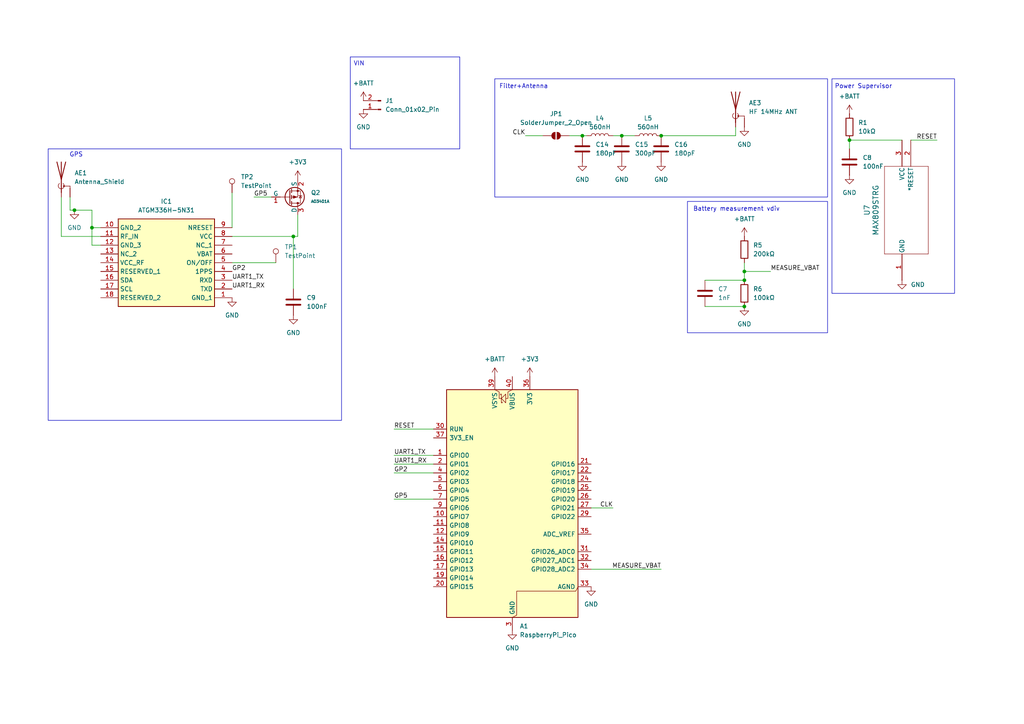
<source format=kicad_sch>
(kicad_sch (version 20250114) (generator "eeschema") (generator_version "9.0")
  (paper "A4")
  (lib_symbols
    (symbol "2025-05-11_20-58-27:MAX809STRG" (pin_names (offset 0.254))
      (property "Reference" "U" (at 20.32 10.16 0))
      (property "Value" "MAX809STRG" (at 20.32 7.62 0))
      (symbol "MAX809STRG_0_1"
        (polyline (pts (xy 7.62 5.08) (xy 7.62 -7.62)) (stroke (width 0.127)))
        (polyline (pts (xy 7.62 -7.62) (xy 33.02 -7.62)) (stroke (width 0.127)))
        (polyline (pts (xy 33.02 5.08) (xy 7.62 5.08)) (stroke (width 0.127)))
        (polyline (pts (xy 33.02 -7.62) (xy 33.02 5.08)) (stroke (width 0.127)))
        (pin power_in line (at 0 0 0) (length 7.62) (name "GND") (number "1"))
        (pin power_in line (at 40.64 0 180) (length 7.62) (name "VCC") (number "3"))
        (pin output line (at 40.64 -2.54 180) (length 7.62) (name "*RESET") (number "2"))
      )
    )
    (symbol "ATGM336H-5N31:ATGM336H-5N31"
      (property "Reference" "IC" (at 34.29 7.62 0))
      (property "Value" "ATGM336H-5N31" (at 34.29 5.08 0))
      (symbol "ATGM336H-5N31_1_1"
        (rectangle (start 5.08 2.54) (end 33.02 -22.86) (stroke (width 0.254)) (fill (type background)))
        (pin passive line (at 0 0 0) (length 5.08) (name "GND_2") (number "10"))
        (pin passive line (at 0 -2.54 0) (length 5.08) (name "RF_IN") (number "11"))
        (pin passive line (at 0 -5.08 0) (length 5.08) (name "GND_3") (number "12"))
        (pin passive line (at 0 -7.62 0) (length 5.08) (name "NC_2") (number "13"))
        (pin passive line (at 0 -10.16 0) (length 5.08) (name "VCC_RF") (number "14"))
        (pin passive line (at 0 -12.7 0) (length 5.08) (name "RESERVED_1") (number "15"))
        (pin passive line (at 0 -15.24 0) (length 5.08) (name "SDA") (number "16"))
        (pin passive line (at 0 -17.78 0) (length 5.08) (name "SCL") (number "17"))
        (pin passive line (at 0 -20.32 0) (length 5.08) (name "RESERVED_2") (number "18"))
        (pin passive line (at 38.1 0 180) (length 5.08) (name "NRESET") (number "9"))
        (pin passive line (at 38.1 -2.54 180) (length 5.08) (name "VCC") (number "8"))
        (pin passive line (at 38.1 -5.08 180) (length 5.08) (name "NC_1") (number "7"))
        (pin passive line (at 38.1 -7.62 180) (length 5.08) (name "VBAT") (number "6"))
        (pin passive line (at 38.1 -10.16 180) (length 5.08) (name "ON/OFF") (number "5"))
        (pin passive line (at 38.1 -12.7 180) (length 5.08) (name "1PPS") (number "4"))
        (pin passive line (at 38.1 -15.24 180) (length 5.08) (name "RXD") (number "3"))
        (pin passive line (at 38.1 -17.78 180) (length 5.08) (name "TXD") (number "2"))
        (pin passive line (at 38.1 -20.32 180) (length 5.08) (name "GND_1") (number "1"))
      )
    )
    (symbol "Connector:Conn_01x02_Pin" (pin_names (offset 1.016) (hide yes))
      (property "Reference" "J" (at 0 2.54 0))
      (property "Value" "Conn_01x02_Pin" (at 0 -5.08 0))
      (symbol "Conn_01x02_Pin_1_1"
        (rectangle (start 0.8636 0.127) (end 0 -0.127) (stroke (width 0.1524)) (fill (type outline)))
        (rectangle (start 0.8636 -2.413) (end 0 -2.667) (stroke (width 0.1524)) (fill (type outline)))
        (polyline (pts (xy 1.27 0) (xy 0.8636 0)) (stroke (width 0.1524)))
        (polyline (pts (xy 1.27 -2.54) (xy 0.8636 -2.54)) (stroke (width 0.1524)))
        (pin passive line (at 5.08 0 180) (length 3.81) (name "Pin_1") (number "1"))
        (pin passive line (at 5.08 -2.54 180) (length 3.81) (name "Pin_2") (number "2"))
      )
    )
    (symbol "Connector:TestPoint" (pin_numbers (hide yes)) (pin_names (offset 0.762) (hide yes))
      (property "Reference" "TP" (at 0 6.858 0))
      (property "Value" "TestPoint" (at 0 5.08 0))
      (symbol "TestPoint_0_1"
        (circle (center 0 3.302) (radius 0.762))
      )
      (symbol "TestPoint_1_1"
        (pin passive line (at 0 0 90) (length 2.54) (name "1") (number "1"))
      )
    )
    (symbol "Device:Antenna_Shield" (pin_numbers (hide yes)) (pin_names (offset 1.016) (hide yes))
      (property "Reference" "AE" (at -1.905 4.445 0))
      (property "Value" "Antenna_Shield" (at -1.905 2.54 0))
      (symbol "Antenna_Shield_0_1"
        (arc (start 0 -2.667) (mid -0.8485 -2.1032) (end -0.508 -1.143))
        (polyline (pts (xy 0 5.08) (xy 0 -3.81)) (stroke (width 0.254)))
        (polyline (pts (xy 0 -2.54) (xy 0 0)))
        (arc (start 0.508 -1.143) (mid 0.8046 -2.0885) (end 0 -2.667))
        (polyline (pts (xy 0.762 -1.905) (xy 2.54 -1.905)))
        (circle (center 0.762 -1.905) (radius 0.1778) (fill (type outline)))
        (polyline (pts (xy 1.27 5.08) (xy 0 0) (xy -1.27 5.08)) (stroke (width 0.254)))
        (polyline (pts (xy 2.54 -2.54) (xy 2.54 -1.905)))
      )
      (symbol "Antenna_Shield_1_1"
        (pin input line (at 0 -5.08 90) (length 2.54) (name "A") (number "1"))
        (pin input line (at 2.54 -5.08 90) (length 2.54) (name "Shield") (number "2"))
      )
    )
    (symbol "Device:C" (pin_numbers (hide yes)) (pin_names (offset 0.254))
      (property "Reference" "C" (at 0.635 2.54 0))
      (property "Value" "C" (at 0.635 -2.54 0))
      (symbol "C_0_1"
        (polyline (pts (xy -2.032 0.762) (xy 2.032 0.762)) (stroke (width 0.508)))
        (polyline (pts (xy -2.032 -0.762) (xy 2.032 -0.762)) (stroke (width 0.508)))
      )
      (symbol "C_1_1"
        (pin passive line (at 0 3.81 270) (length 2.794) (name "~") (number "1"))
        (pin passive line (at 0 -3.81 90) (length 2.794) (name "~") (number "2"))
      )
    )
    (symbol "Device:L" (pin_numbers (hide yes)) (pin_names (offset 1.016) (hide yes))
      (property "Reference" "L" (at -1.27 0 90))
      (property "Value" "L" (at 1.905 0 90))
      (symbol "L_0_1"
        (arc (start 0 2.54) (mid 0.6323 1.905) (end 0 1.27))
        (arc (start 0 1.27) (mid 0.6323 0.635) (end 0 0))
        (arc (start 0 0) (mid 0.6323 -0.635) (end 0 -1.27))
        (arc (start 0 -1.27) (mid 0.6323 -1.905) (end 0 -2.54))
      )
      (symbol "L_1_1"
        (pin passive line (at 0 3.81 270) (length 1.27) (name "1") (number "1"))
        (pin passive line (at 0 -3.81 90) (length 1.27) (name "2") (number "2"))
      )
    )
    (symbol "Device:R" (pin_numbers (hide yes)) (pin_names (offset 0))
      (property "Reference" "R" (at 2.032 0 90))
      (property "Value" "R" (at 0 0 90))
      (symbol "R_0_1"
        (rectangle (start -1.016 -2.54) (end 1.016 2.54) (stroke (width 0.254)))
      )
      (symbol "R_1_1"
        (pin passive line (at 0 3.81 270) (length 1.27) (name "~") (number "1"))
        (pin passive line (at 0 -3.81 90) (length 1.27) (name "~") (number "2"))
      )
    )
    (symbol "Jumper:SolderJumper_2_Open" (pin_numbers (hide yes)) (pin_names (offset 0) (hide yes)) (exclude_from_sim yes) (in_bom no)
      (property "Reference" "JP" (at 0 2.032 0))
      (property "Value" "SolderJumper_2_Open" (at 0 -2.54 0))
      (symbol "SolderJumper_2_Open_0_1"
        (polyline (pts (xy -0.254 1.016) (xy -0.254 -1.016)))
        (arc (start -0.254 -1.016) (mid -1.2656 0) (end -0.254 1.016))
        (arc (start -0.254 -1.016) (mid -1.2656 0) (end -0.254 1.016) (fill (type outline)))
        (arc (start 0.254 1.016) (mid 1.2656 0) (end 0.254 -1.016))
        (arc (start 0.254 1.016) (mid 1.2656 0) (end 0.254 -1.016) (fill (type outline)))
        (polyline (pts (xy 0.254 1.016) (xy 0.254 -1.016)))
      )
      (symbol "SolderJumper_2_Open_1_1"
        (pin passive line (at -3.81 0 0) (length 2.54) (name "A") (number "1"))
        (pin passive line (at 3.81 0 180) (length 2.54) (name "B") (number "2"))
      )
    )
    (symbol "MCU_Module:RaspberryPi_Pico" (pin_names (offset 0.762))
      (property "Reference" "A" (at -19.05 35.56 0))
      (property "Value" "RaspberryPi_Pico" (at 7.62 35.56 0))
      (symbol "RaspberryPi_Pico_0_1"
        (rectangle (start -19.05 34.29) (end 19.05 -31.75) (stroke (width 0.254)) (fill (type background)))
        (polyline (pts (xy -5.08 34.29) (xy -3.81 33.655) (xy -3.81 31.75) (xy -3.175 31.75)))
        (polyline (pts (xy -3.429 32.766) (xy -3.429 33.02) (xy -3.175 33.02) (xy -3.175 30.48) (xy -2.921 30.48) (xy -2.921 30.734)))
        (polyline (pts (xy -3.175 31.75) (xy -1.905 33.02) (xy -1.905 30.48) (xy -3.175 31.75)))
        (polyline (pts (xy 0 34.29) (xy -1.27 33.655) (xy -1.27 31.75) (xy -1.905 31.75)))
        (polyline (pts (xy 0 -31.75) (xy 1.27 -31.115) (xy 1.27 -24.13) (xy 18.415 -24.13) (xy 19.05 -22.86)))
      )
      (symbol "RaspberryPi_Pico_1_1"
        (pin passive line (at -22.86 22.86 0) (length 3.81) (name "RUN") (number "30"))
        (pin passive line (at -22.86 20.32 0) (length 3.81) (name "3V3_EN") (number "37"))
        (pin bidirectional line (at -22.86 15.24 0) (length 3.81) (name "GPIO0") (number "1"))
        (pin bidirectional line (at -22.86 12.7 0) (length 3.81) (name "GPIO1") (number "2"))
        (pin bidirectional line (at -22.86 10.16 0) (length 3.81) (name "GPIO2") (number "4"))
        (pin bidirectional line (at -22.86 7.62 0) (length 3.81) (name "GPIO3") (number "5"))
        (pin bidirectional line (at -22.86 5.08 0) (length 3.81) (name "GPIO4") (number "6"))
        (pin bidirectional line (at -22.86 2.54 0) (length 3.81) (name "GPIO5") (number "7"))
        (pin bidirectional line (at -22.86 0 0) (length 3.81) (name "GPIO6") (number "9"))
        (pin bidirectional line (at -22.86 -2.54 0) (length 3.81) (name "GPIO7") (number "10"))
        (pin bidirectional line (at -22.86 -5.08 0) (length 3.81) (name "GPIO8") (number "11"))
        (pin bidirectional line (at -22.86 -7.62 0) (length 3.81) (name "GPIO9") (number "12"))
        (pin bidirectional line (at -22.86 -10.16 0) (length 3.81) (name "GPIO10") (number "14"))
        (pin bidirectional line (at -22.86 -12.7 0) (length 3.81) (name "GPIO11") (number "15"))
        (pin bidirectional line (at -22.86 -15.24 0) (length 3.81) (name "GPIO12") (number "16"))
        (pin bidirectional line (at -22.86 -17.78 0) (length 3.81) (name "GPIO13") (number "17"))
        (pin bidirectional line (at -22.86 -20.32 0) (length 3.81) (name "GPIO14") (number "19"))
        (pin bidirectional line (at -22.86 -22.86 0) (length 3.81) (name "GPIO15") (number "20"))
        (pin power_in line (at -5.08 38.1 270) (length 3.81) (name "VSYS") (number "39"))
        (pin power_out line (at 0 38.1 270) (length 3.81) (name "VBUS") (number "40"))
        (pin passive line (at 0 -35.56 90) (length 3.81) (hide yes) (name "GND") (number "13"))
        (pin passive line (at 0 -35.56 90) (length 3.81) (hide yes) (name "GND") (number "18"))
        (pin passive line (at 0 -35.56 90) (length 3.81) (hide yes) (name "GND") (number "23"))
        (pin passive line (at 0 -35.56 90) (length 3.81) (hide yes) (name "GND") (number "28"))
        (pin power_out line (at 0 -35.56 90) (length 3.81) (name "GND") (number "3"))
        (pin passive line (at 0 -35.56 90) (length 3.81) (hide yes) (name "GND") (number "38"))
        (pin passive line (at 0 -35.56 90) (length 3.81) (hide yes) (name "GND") (number "8"))
        (pin power_out line (at 5.08 38.1 270) (length 3.81) (name "3V3") (number "36"))
        (pin bidirectional line (at 22.86 12.7 180) (length 3.81) (name "GPIO16") (number "21"))
        (pin bidirectional line (at 22.86 10.16 180) (length 3.81) (name "GPIO17") (number "22"))
        (pin bidirectional line (at 22.86 7.62 180) (length 3.81) (name "GPIO18") (number "24"))
        (pin bidirectional line (at 22.86 5.08 180) (length 3.81) (name "GPIO19") (number "25"))
        (pin bidirectional line (at 22.86 2.54 180) (length 3.81) (name "GPIO20") (number "26"))
        (pin bidirectional line (at 22.86 0 180) (length 3.81) (name "GPIO21") (number "27"))
        (pin bidirectional line (at 22.86 -2.54 180) (length 3.81) (name "GPIO22") (number "29"))
        (pin power_in line (at 22.86 -7.62 180) (length 3.81) (name "ADC_VREF") (number "35"))
        (pin bidirectional line (at 22.86 -12.7 180) (length 3.81) (name "GPIO26_ADC0") (number "31"))
        (pin bidirectional line (at 22.86 -15.24 180) (length 3.81) (name "GPIO27_ADC1") (number "32"))
        (pin bidirectional line (at 22.86 -17.78 180) (length 3.81) (name "GPIO28_ADC2") (number "34"))
        (pin power_out line (at 22.86 -22.86 180) (length 3.81) (name "AGND") (number "33"))
      )
    )
    (symbol "PCM_JLCPCB-Transistors:PMOS,AO3401A" (pin_names (offset 0))
      (property "Reference" "Q" (at 4.8514 0.834 0))
      (property "Value" "AO3401A" (at 4.8514 -1.2122 0))
      (symbol "PMOS,AO3401A_0_1"
        (polyline (pts (xy 0.254 1.905) (xy 0.254 -1.905)) (stroke (width 0.254)))
        (polyline (pts (xy 0.254 0) (xy -2.54 0)))
        (polyline (pts (xy 0.762 2.286) (xy 0.762 1.27)) (stroke (width 0.254)))
        (polyline (pts (xy 0.762 1.778) (xy 3.302 1.778) (xy 3.302 -1.778) (xy 0.762 -1.778)))
        (polyline (pts (xy 0.762 0.508) (xy 0.762 -0.508)) (stroke (width 0.254)))
        (polyline (pts (xy 0.762 -1.27) (xy 0.762 -2.286)) (stroke (width 0.254)))
        (circle (center 1.651 0) (radius 2.794) (stroke (width 0.254)))
        (polyline (pts (xy 2.286 0) (xy 1.27 0.381) (xy 1.27 -0.381) (xy 2.286 0)) (fill (type outline)))
        (polyline (pts (xy 2.54 2.54) (xy 2.54 1.778)))
        (circle (center 2.54 1.778) (radius 0.254) (fill (type outline)))
        (circle (center 2.54 -1.778) (radius 0.254) (fill (type outline)))
        (polyline (pts (xy 2.54 -2.54) (xy 2.54 0) (xy 0.762 0)))
        (polyline (pts (xy 2.794 -0.508) (xy 2.921 -0.381) (xy 3.683 -0.381) (xy 3.81 -0.254)))
        (polyline (pts (xy 3.302 -0.381) (xy 2.921 0.254) (xy 3.683 0.254) (xy 3.302 -0.381)))
      )
      (symbol "PMOS,AO3401A_1_1"
        (pin input line (at -5.08 0 0) (length 2.54) (name "G") (number "1"))
        (pin passive line (at 2.54 5.08 270) (length 2.54) (name "D") (number "3"))
        (pin passive line (at 2.54 -5.08 90) (length 2.54) (name "S") (number "2"))
      )
    )
    (symbol "power:+3V3" (power) (pin_numbers (hide yes)) (pin_names (offset 0) (hide yes))
      (property "Value" "+3V3" (at 0 3.556 0))
      (symbol "+3V3_0_1"
        (polyline (pts (xy -0.762 1.27) (xy 0 2.54)))
        (polyline (pts (xy 0 2.54) (xy 0.762 1.27)))
        (polyline (pts (xy 0 0) (xy 0 2.54)))
      )
      (symbol "+3V3_1_1"
        (pin power_in line (at 0 0 90) (length 0) (name "~") (number "1"))
      )
    )
    (symbol "power:+BATT" (power) (pin_numbers (hide yes)) (pin_names (offset 0) (hide yes))
      (property "Value" "+BATT" (at 0 3.556 0))
      (symbol "+BATT_0_1"
        (polyline (pts (xy -0.762 1.27) (xy 0 2.54)))
        (polyline (pts (xy 0 2.54) (xy 0.762 1.27)))
        (polyline (pts (xy 0 0) (xy 0 2.54)))
      )
      (symbol "+BATT_1_1"
        (pin power_in line (at 0 0 90) (length 0) (name "~") (number "1"))
      )
    )
    (symbol "power:GND" (power) (pin_numbers (hide yes)) (pin_names (offset 0) (hide yes))
      (property "Value" "GND" (at 0 -3.81 0))
      (symbol "GND_0_1"
        (polyline (pts (xy 0 0) (xy 0 -1.27) (xy 1.27 -1.27) (xy 0 -2.54) (xy -1.27 -1.27) (xy 0 -1.27)))
      )
      (symbol "GND_1_1"
        (pin power_in line (at 0 0 270) (length 0) (name "~") (number "1"))
      )
    )
  )
  (rectangle (start 241.3 22.86) (end 276.86 85.09))
  (rectangle (start 199.39 58.42) (end 240.03 96.52))
  (rectangle (start 101.6 16.51) (end 133.35 43.18))
  (rectangle (start 13.97 43.18) (end 99.06 121.92))
  (rectangle (start 143.51 22.86) (end 240.03 57.15))
  (text "Power Supervisor" (at 250.444 25.146 0) (effects (font (size 1.27 1.27))))
  (text "VIN" (at 104.14 18.542 0) (effects (font (size 1.27 1.27))))
  (text "GPS" (at 22.098 44.958 0) (effects (font (size 1.27 1.27))))
  (text "Filter+Antenna" (at 151.892 25.146 0) (effects (font (size 1.27 1.27))))
  (text "Battery measurement vdiv" (at 213.614 60.706 0) (effects (font (size 1.27 1.27))))
  (junction (at 26.67 66.04))
  (junction (at 215.9 81.28))
  (junction (at 180.34 39.37))
  (junction (at 168.91 39.37))
  (junction (at 191.77 39.37))
  (junction (at 246.38 40.64))
  (junction (at 215.9 88.9))
  (junction (at 215.9 78.74))
  (junction (at 21.59 60.96))
  (junction (at 85.09 68.58))
  (wire (pts (xy 271.78 40.64) (xy 264.16 40.64)))
  (wire (pts (xy 29.21 68.58) (xy 17.78 68.58)))
  (wire (pts (xy 67.31 55.88) (xy 67.31 66.04)))
  (wire (pts (xy 20.32 60.96) (xy 21.59 60.96)))
  (wire (pts (xy 204.47 81.28) (xy 215.9 81.28)))
  (wire (pts (xy 29.21 71.12) (xy 26.67 71.12)))
  (wire (pts (xy 215.9 76.2) (xy 215.9 78.74)))
  (wire (pts (xy 215.9 78.74) (xy 215.9 81.28)))
  (wire (pts (xy 180.34 39.37) (xy 177.8 39.37)))
  (wire (pts (xy 67.31 76.2) (xy 80.01 76.2)))
  (wire (pts (xy 204.47 88.9) (xy 215.9 88.9)))
  (wire (pts (xy 17.78 68.58) (xy 17.78 57.15)))
  (wire (pts (xy 114.3 144.78) (xy 125.73 144.78)))
  (wire (pts (xy 114.3 134.62) (xy 125.73 134.62)))
  (wire (pts (xy 171.45 147.32) (xy 177.8 147.32)))
  (wire (pts (xy 165.1 39.37) (xy 168.91 39.37)))
  (wire (pts (xy 67.31 68.58) (xy 85.09 68.58)))
  (wire (pts (xy 26.67 66.04) (xy 26.67 71.12)))
  (wire (pts (xy 73.66 57.15) (xy 78.74 57.15)))
  (wire (pts (xy 223.52 78.74) (xy 215.9 78.74)))
  (wire (pts (xy 114.3 124.46) (xy 125.73 124.46)))
  (wire (pts (xy 86.36 68.58) (xy 86.36 62.23)))
  (wire (pts (xy 20.32 57.15) (xy 20.32 60.96)))
  (wire (pts (xy 184.15 39.37) (xy 180.34 39.37)))
  (wire (pts (xy 26.67 66.04) (xy 29.21 66.04)))
  (wire (pts (xy 152.4 39.37) (xy 157.48 39.37)))
  (wire (pts (xy 246.38 40.64) (xy 261.62 40.64)))
  (wire (pts (xy 85.09 68.58) (xy 86.36 68.58)))
  (wire (pts (xy 21.59 60.96) (xy 26.67 60.96)))
  (wire (pts (xy 171.45 165.1) (xy 191.77 165.1)))
  (wire (pts (xy 26.67 66.04) (xy 26.67 60.96)))
  (wire (pts (xy 114.3 137.16) (xy 125.73 137.16)))
  (wire (pts (xy 85.09 68.58) (xy 85.09 83.82)))
  (wire (pts (xy 168.91 39.37) (xy 170.18 39.37)))
  (wire (pts (xy 213.36 39.37) (xy 213.36 36.83)))
  (wire (pts (xy 246.38 40.64) (xy 246.38 43.18)))
  (wire (pts (xy 191.77 39.37) (xy 213.36 39.37)))
  (wire (pts (xy 114.3 132.08) (xy 125.73 132.08)))
  (label "RESET" (at 271.78 40.64 180))
  (label "CLK" (at 152.4 39.37 180))
  (label "CLK" (at 177.8 147.32 180))
  (label "UART1_TX" (at 67.31 81.28 0))
  (label "GP2" (at 67.31 78.74 0))
  (label "MEASURE_VBAT" (at 191.77 165.1 180))
  (label "UART1_RX" (at 114.3 134.62 0))
  (label "UART1_TX" (at 114.3 132.08 0))
  (label "GP2" (at 114.3 137.16 0))
  (label "MEASURE_VBAT" (at 223.52 78.74 0))
  (label "UART1_RX" (at 67.31 83.82 0))
  (label "RESET" (at 114.3 124.46 0))
  (label "GP5" (at 73.66 57.15 0))
  (label "GP5" (at 114.3 144.78 0))
  (symbol (lib_id "power:GND") (at 148.59 182.88 0) (unit 1)
    (property "Reference" "#PWR011" (effects (hide yes)))
    (property "Value" "GND" (at 148.59 187.96 0))
    (property "Description" "Power symbol creates a global label with name \"GND\" , ground" (effects (hide yes)))
  )
  (symbol (lib_id "power:GND") (at 191.77 46.99 0) (unit 1)
    (property "Reference" "#PWR040" (effects (hide yes)))
    (property "Value" "GND" (at 191.77 52.07 0))
    (property "Description" "Power symbol creates a global label with name \"GND\" , ground" (effects (hide yes)))
  )
  (symbol (lib_id "power:GND") (at 171.45 170.18 0) (unit 1)
    (property "Reference" "#PWR012" (effects (hide yes)))
    (property "Value" "GND" (at 171.45 175.26 0))
    (property "Description" "Power symbol creates a global label with name \"GND\" , ground" (effects (hide yes)))
  )
  (symbol (lib_id "Device:L") (at 173.99 39.37 90) (unit 1)
    (property "Reference" "L4" (at 173.99 34.29 90))
    (property "Value" "560nH" (at 173.99 36.83 90))
    (property "Footprint" "Inductor_SMD:L_1206_3216Metric" (effects (hide yes)))
    (property "Description" "Inductor" (effects (hide yes)))
  )
  (symbol (lib_id "power:+BATT") (at 105.41 29.21 0) (unit 1)
    (property "Reference" "#PWR03" (effects (hide yes)))
    (property "Value" "+BATT" (at 105.41 24.13 0))
    (property "Description" "Power symbol creates a global label with name \"+BATT\"" (effects (hide yes)))
  )
  (symbol (lib_id "power:+BATT") (at 215.9 68.58 0) (unit 1)
    (property "Reference" "#PWR013" (effects (hide yes)))
    (property "Value" "+BATT" (at 215.9 63.5 0))
    (property "Description" "Power symbol creates a global label with name \"+BATT\"" (effects (hide yes)))
  )
  (symbol (lib_id "Device:C") (at 204.47 85.09 180) (unit 1)
    (property "Reference" "C7" (at 208.28 83.8199 0) (effects (justify right)))
    (property "Value" "1nF" (at 208.28 86.3599 0) (effects (justify right)))
    (property "Footprint" "Capacitor_SMD:C_1206_3216Metric" (effects (hide yes)))
    (property "Description" "Unpolarized capacitor" (effects (hide yes)))
  )
  (symbol (lib_id "power:GND") (at 105.41 31.75 0) (unit 1)
    (property "Reference" "#PWR04" (effects (hide yes)))
    (property "Value" "GND" (at 105.41 36.83 0))
    (property "Description" "Power symbol creates a global label with name \"GND\" , ground" (effects (hide yes)))
  )
  (symbol (lib_id "power:+BATT") (at 143.51 109.22 0) (unit 1)
    (property "Reference" "#PWR09" (effects (hide yes)))
    (property "Value" "+BATT" (at 143.51 104.14 0))
    (property "Description" "Power symbol creates a global label with name \"+BATT\"" (effects (hide yes)))
  )
  (symbol (lib_id "Device:C") (at 85.09 87.63 0) (unit 1)
    (property "Reference" "C9" (at 88.9 86.3599 0) (effects (justify left)))
    (property "Value" "100nF" (at 88.9 88.8999 0) (effects (justify left)))
    (property "Footprint" "Capacitor_SMD:C_1206_3216Metric" (effects (hide yes)))
    (property "Description" "Unpolarized capacitor" (effects (hide yes)))
  )
  (symbol (lib_id "power:+3V3") (at 86.36 52.07 0) (unit 1)
    (property "Reference" "#PWR05" (effects (hide yes)))
    (property "Value" "+3V3" (at 86.36 46.99 0))
    (property "Description" "Power symbol creates a global label with name \"+3V3\"" (effects (hide yes)))
  )
  (symbol (lib_id "Jumper:SolderJumper_2_Open") (at 161.29 39.37 0) (unit 1) (in_bom no)
    (property "Reference" "JP1" (at 161.29 33.02 0))
    (property "Value" "SolderJumper_2_Open" (at 161.29 35.56 0))
    (property "Footprint" "Jumper:SolderJumper-2_P1.3mm_Open_Pad1.0x1.5mm" (effects (hide yes)))
    (property "Description" "Solder Jumper, 2-pole, open" (effects (hide yes)))
  )
  (symbol (lib_id "Device:C") (at 191.77 43.18 0) (unit 1)
    (property "Reference" "C16" (at 195.58 41.9099 0) (effects (justify left)))
    (property "Value" "180pF" (at 195.58 44.4499 0) (effects (justify left)))
    (property "Footprint" "Capacitor_SMD:C_1206_3216Metric" (effects (hide yes)))
    (property "Description" "Unpolarized capacitor" (effects (hide yes)))
  )
  (symbol (lib_id "Device:C") (at 246.38 46.99 0) (unit 1)
    (property "Reference" "C8" (at 250.19 45.7199 0) (effects (justify left)))
    (property "Value" "100nF" (at 250.19 48.2599 0) (effects (justify left)))
    (property "Footprint" "Capacitor_SMD:C_1206_3216Metric" (effects (hide yes)))
    (property "Description" "Unpolarized capacitor" (effects (hide yes)))
  )
  (symbol (lib_id "Connector:TestPoint") (at 67.31 55.88 0) (mirror y) (unit 1)
    (property "Reference" "TP2" (at 69.85 51.3079 0) (effects (justify right)))
    (property "Value" "TestPoint" (at 69.85 53.8479 0) (effects (justify right)))
    (property "Footprint" "TestPoint:TestPoint_Pad_D1.5mm" (effects (hide yes)))
    (property "Description" "test point" (effects (hide yes)))
  )
  (symbol (lib_id "power:GND") (at 215.9 88.9 0) (unit 1)
    (property "Reference" "#PWR024" (effects (hide yes)))
    (property "Value" "GND" (at 215.9 93.98 0))
    (property "Description" "Power symbol creates a global label with name \"GND\" , ground" (effects (hide yes)))
  )
  (symbol (lib_id "ATGM336H-5N31:ATGM336H-5N31") (at 29.21 66.04 0) (unit 1)
    (property "Reference" "IC1" (at 48.26 58.42 0))
    (property "Value" "ATGM336H-5N31" (at 48.26 60.96 0))
    (property "Footprint" "ATGM336H-5N31:ATGM336H5N31" (effects (hide yes)))
    (property "Datasheet" "https://datasheet.lcsc.com/szlcsc/ZHONGKEWEI-ATGM336H-5N31_C90770.pdf" (effects (hide yes)))
    (property "Description" "GSM & GPRS & GPS Modules 9.7X10.1mm RoHS" (effects (hide yes)))
    (property "Height" "2.6" (effects (hide yes)))
    (property "Manufacturer_Name" "ZHONGKEWEI" (effects (hide yes)))
    (property "Manufacturer_Part_Number" "ATGM336H-5N31" (effects (hide yes)))
  )
  (symbol (lib_id "power:GND") (at 168.91 46.99 0) (unit 1)
    (property "Reference" "#PWR038" (effects (hide yes)))
    (property "Value" "GND" (at 168.91 52.07 0))
    (property "Description" "Power symbol creates a global label with name \"GND\" , ground" (effects (hide yes)))
  )
  (symbol (lib_id "power:GND") (at 215.9 36.83 0) (unit 1)
    (property "Reference" "#PWR042" (effects (hide yes)))
    (property "Value" "GND" (at 215.9 41.91 0))
    (property "Description" "Power symbol creates a global label with name \"GND\" , ground" (effects (hide yes)))
  )
  (symbol (lib_id "Device:C") (at 180.34 43.18 0) (unit 1)
    (property "Reference" "C15" (at 184.15 41.9099 0) (effects (justify left)))
    (property "Value" "300pF" (at 184.15 44.4499 0) (effects (justify left)))
    (property "Footprint" "Capacitor_SMD:C_1206_3216Metric" (effects (hide yes)))
    (property "Description" "Unpolarized capacitor" (effects (hide yes)))
  )
  (symbol (lib_id "Device:C") (at 168.91 43.18 0) (unit 1)
    (property "Reference" "C14" (at 172.72 41.9099 0) (effects (justify left)))
    (property "Value" "180pF" (at 172.72 44.4499 0) (effects (justify left)))
    (property "Footprint" "Capacitor_SMD:C_1206_3216Metric" (effects (hide yes)))
    (property "Description" "Unpolarized capacitor" (effects (hide yes)))
  )
  (symbol (lib_id "Connector:TestPoint") (at 80.01 76.2 0) (unit 1)
    (property "Reference" "TP1" (at 82.55 71.6279 0) (effects (justify left)))
    (property "Value" "TestPoint" (at 82.55 74.1679 0) (effects (justify left)))
    (property "Footprint" "TestPoint:TestPoint_Pad_D1.5mm" (effects (hide yes)))
    (property "Description" "test point" (effects (hide yes)))
  )
  (symbol (lib_id "Device:R") (at 246.38 36.83 0) (unit 1)
    (property "Reference" "R1" (at 248.92 35.5599 0) (effects (justify left)))
    (property "Value" "10kΩ" (at 248.92 38.0999 0) (effects (justify left)))
    (property "Footprint" "Capacitor_SMD:C_1206_3216Metric" (effects (hide yes)))
    (property "Description" "Resistor" (effects (hide yes)))
  )
  (symbol (lib_id "power:GND") (at 246.38 50.8 0) (unit 1)
    (property "Reference" "#PWR027" (effects (hide yes)))
    (property "Value" "GND" (at 246.38 55.88 0))
    (property "Description" "Power symbol creates a global label with name \"GND\" , ground" (effects (hide yes)))
  )
  (symbol (lib_id "power:GND") (at 180.34 46.99 0) (unit 1)
    (property "Reference" "#PWR039" (effects (hide yes)))
    (property "Value" "GND" (at 180.34 52.07 0))
    (property "Description" "Power symbol creates a global label with name \"GND\" , ground" (effects (hide yes)))
  )
  (symbol (lib_id "Device:R") (at 215.9 72.39 0) (unit 1)
    (property "Reference" "R5" (at 218.44 71.1199 0) (effects (justify left)))
    (property "Value" "200kΩ" (at 218.44 73.6599 0) (effects (justify left)))
    (property "Footprint" "Diode_SMD:D_1206_3216Metric" (effects (hide yes)))
    (property "Description" "Resistor" (effects (hide yes)))
  )
  (symbol (lib_id "PCM_JLCPCB-Transistors:PMOS,AO3401A") (at 83.82 57.15 0) (mirror x) (unit 1)
    (property "Reference" "Q2" (at 90.17 55.8799 0) (effects (justify left)))
    (property "Value" "AO3401A" (at 90.17 58.42 0) (effects (font (size 0.8 0.8)) (justify left)))
    (property "Footprint" "PCM_JLCPCB:Q_SOT-23" (effects (hide yes)))
    (property "Datasheet" "https://www.lcsc.com/datasheet/lcsc_datasheet_1810171817_Alpha---Omega-Semicon-AO3401A_C15127.pdf" (effects (hide yes)))
    (property "Description" "30V 4A 44mΩ@10V,4.3A 1.4W 1.3V@250uA 1 Piece P-Channel SOT-23 MOSFETs ROHS" (effects (hide yes)))
    (property "LCSC" "C15127" (effects (hide yes)))
    (property "Stock" "1442753" (effects (hide yes)))
    (property "Price" "0.061USD" (effects (hide yes)))
    (property "Process" "SMT" (effects (hide yes)))
    (property "Minimum Qty" "5" (effects (hide yes)))
    (property "Attrition Qty" "4" (effects (hide yes)))
    (property "Class" "Basic Component" (effects (hide yes)))
    (property "Category" "Transistors,MOSFETs" (effects (hide yes)))
    (property "Manufacturer" "Alpha & Omega Semicon" (effects (hide yes)))
    (property "Part" "AO3401A" (effects (hide yes)))
    (property "Continuous Drain Current (Id)" "4A" (effects (hide yes)))
    (property "Input Capacitance (Ciss@Vds)" "1.2nF@15V" (effects (hide yes)))
    (property "Operating Temperature" "-55°C~+150°C@(Tj)" (effects (hide yes)))
    (property "Type" "1 Piece P-Channel" (effects (hide yes)))
    (property "Drain Source Voltage (Vdss)" "30V" (effects (hide yes)))
    (property "Power Dissipation (Pd)" "1.4W" (effects (hide yes)))
    (property "Gate Threshold Voltage (Vgs(th)@Id)" "1.3V@250uA" (effects (hide yes)))
    (property "Drain Source On Resistance (RDS(on)@Vgs,Id)" "44mΩ@10V,4.3A" (effects (hide yes)))
    (property "Total Gate Charge (Qg@Vgs)" "12.2nC@4.5V" (effects (hide yes)))
  )
  (symbol (lib_id "Device:L") (at 187.96 39.37 90) (unit 1)
    (property "Reference" "L5" (at 187.96 34.29 90))
    (property "Value" "560nH" (at 187.96 36.83 90))
    (property "Footprint" "Inductor_SMD:L_1206_3216Metric" (effects (hide yes)))
    (property "Description" "Inductor" (effects (hide yes)))
  )
  (symbol (lib_id "MCU_Module:RaspberryPi_Pico") (at 148.59 147.32 0) (unit 1)
    (property "Reference" "A1" (at 150.7333 181.61 0) (effects (justify left)))
    (property "Value" "RaspberryPi_Pico" (at 150.7333 184.15 0) (effects (justify left)))
    (property "Footprint" "Module:RaspberryPi_Pico_Common_Unspecified" (effects (hide yes)))
    (property "Datasheet" "https://datasheets.raspberrypi.com/pico/pico-datasheet.pdf" (effects (hide yes)))
    (property "Description" "Versatile and inexpensive microcontroller module powered by RP2040 dual-core Arm Cortex-M0+ processor up to 133 MHz, 264kB SRAM, 2MB QSPI flash; also supports Raspberry Pi Pico 2" (effects (hide yes)))
  )
  (symbol (lib_id "Connector:Conn_01x02_Pin") (at 110.49 31.75 180) (unit 1)
    (property "Reference" "J1" (at 111.76 29.2099 0) (effects (justify right)))
    (property "Value" "Conn_01x02_Pin" (at 111.76 31.7499 0) (effects (justify right)))
    (property "Footprint" "Connector_PinSocket_2.54mm:PinSocket_1x02_P2.54mm_Vertical" (effects (hide yes)))
    (property "Description" "Generic connector, single row, 01x02, script generated" (effects (hide yes)))
  )
  (symbol (lib_id "Device:Antenna_Shield") (at 213.36 31.75 0) (unit 1)
    (property "Reference" "AE3" (at 217.17 29.8449 0) (effects (justify left)))
    (property "Value" "HF 14MHz ANT" (at 217.17 32.3849 0) (effects (justify left)))
    (property "Footprint" "Connector_PinHeader_2.54mm:PinHeader_1x02_P2.54mm_Vertical" (effects (hide yes)))
    (property "Description" "Antenna with extra pin for shielding" (effects (hide yes)))
  )
  (symbol (lib_id "Device:R") (at 215.9 85.09 0) (unit 1)
    (property "Reference" "R6" (at 218.44 83.8199 0) (effects (justify left)))
    (property "Value" "100kΩ" (at 218.44 86.3599 0) (effects (justify left)))
    (property "Footprint" "Capacitor_SMD:C_1206_3216Metric" (effects (hide yes)))
    (property "Description" "Resistor" (effects (hide yes)))
  )
  (symbol (lib_id "power:+3V3") (at 153.67 109.22 0) (unit 1)
    (property "Reference" "#PWR010" (effects (hide yes)))
    (property "Value" "+3V3" (at 153.67 104.14 0))
    (property "Description" "Power symbol creates a global label with name \"+3V3\"" (effects (hide yes)))
  )
  (symbol (lib_id "power:GND") (at 261.62 81.28 0) (unit 1)
    (property "Reference" "#PWR025" (effects (hide yes)))
    (property "Value" "GND" (at 264.16 82.5499 0) (effects (justify left)))
    (property "Description" "Power symbol creates a global label with name \"GND\" , ground" (effects (hide yes)))
  )
  (symbol (lib_id "power:GND") (at 21.59 60.96 0) (unit 1)
    (property "Reference" "#PWR01" (effects (hide yes)))
    (property "Value" "GND" (at 21.59 66.04 0))
    (property "Description" "Power symbol creates a global label with name \"GND\" , ground" (effects (hide yes)))
  )
  (symbol (lib_id "power:GND") (at 85.09 91.44 0) (unit 1)
    (property "Reference" "#PWR06" (effects (hide yes)))
    (property "Value" "GND" (at 85.09 96.52 0))
    (property "Description" "Power symbol creates a global label with name \"GND\" , ground" (effects (hide yes)))
  )
  (symbol (lib_id "power:GND") (at 67.31 86.36 0) (unit 1)
    (property "Reference" "#PWR02" (effects (hide yes)))
    (property "Value" "GND" (at 67.31 91.44 0))
    (property "Description" "Power symbol creates a global label with name \"GND\" , ground" (effects (hide yes)))
  )
  (symbol (lib_id "2025-05-11_20-58-27:MAX809STRG") (at 261.62 81.28 90) (unit 1)
    (property "Reference" "U7" (at 251.46 60.96 0) (effects (font (size 1.524 1.524))))
    (property "Value" "MAX809STRG" (at 254 60.96 0) (effects (font (size 1.524 1.524))))
    (property "Footprint" "footprints1:SOT-23_ONS" (effects (hide yes)))
    (property "Datasheet" "MAX809STRG" (effects (hide yes)))
  )
  (symbol (lib_id "Device:Antenna_Shield") (at 17.78 52.07 0) (unit 1)
    (property "Reference" "AE1" (at 21.59 50.1649 0) (effects (justify left)))
    (property "Value" "Antenna_Shield" (at 21.59 52.7049 0) (effects (justify left)))
    (property "Footprint" "Connector_PinSocket_2.54mm:PinSocket_1x02_P2.54mm_Vertical" (effects (hide yes)))
    (property "Description" "Antenna with extra pin for shielding" (effects (hide yes)))
  )
  (symbol (lib_id "power:+BATT") (at 246.38 33.02 0) (unit 1)
    (property "Reference" "#PWR08" (effects (hide yes)))
    (property "Value" "+BATT" (at 246.38 27.94 0))
    (property "Description" "Power symbol creates a global label with name \"+BATT\"" (effects (hide yes)))
  )
)
</source>
